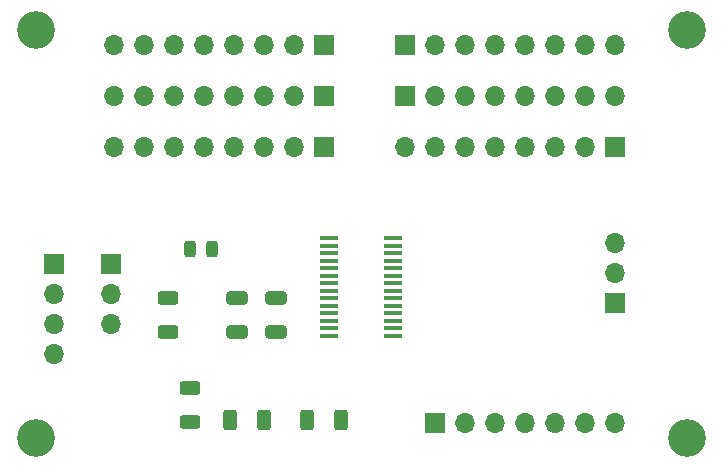
<source format=gbr>
%TF.GenerationSoftware,KiCad,Pcbnew,7.0.9*%
%TF.CreationDate,2023-12-10T22:35:00+01:00*%
%TF.ProjectId,LTC2439-Evaluation-board,4c544332-3433-4392-9d45-76616c756174,rev?*%
%TF.SameCoordinates,Original*%
%TF.FileFunction,Soldermask,Top*%
%TF.FilePolarity,Negative*%
%FSLAX46Y46*%
G04 Gerber Fmt 4.6, Leading zero omitted, Abs format (unit mm)*
G04 Created by KiCad (PCBNEW 7.0.9) date 2023-12-10 22:35:00*
%MOMM*%
%LPD*%
G01*
G04 APERTURE LIST*
G04 Aperture macros list*
%AMRoundRect*
0 Rectangle with rounded corners*
0 $1 Rounding radius*
0 $2 $3 $4 $5 $6 $7 $8 $9 X,Y pos of 4 corners*
0 Add a 4 corners polygon primitive as box body*
4,1,4,$2,$3,$4,$5,$6,$7,$8,$9,$2,$3,0*
0 Add four circle primitives for the rounded corners*
1,1,$1+$1,$2,$3*
1,1,$1+$1,$4,$5*
1,1,$1+$1,$6,$7*
1,1,$1+$1,$8,$9*
0 Add four rect primitives between the rounded corners*
20,1,$1+$1,$2,$3,$4,$5,0*
20,1,$1+$1,$4,$5,$6,$7,0*
20,1,$1+$1,$6,$7,$8,$9,0*
20,1,$1+$1,$8,$9,$2,$3,0*%
G04 Aperture macros list end*
%ADD10RoundRect,0.250000X-0.650000X0.325000X-0.650000X-0.325000X0.650000X-0.325000X0.650000X0.325000X0*%
%ADD11R,1.700000X1.700000*%
%ADD12O,1.700000X1.700000*%
%ADD13RoundRect,0.250000X-0.312500X-0.625000X0.312500X-0.625000X0.312500X0.625000X-0.312500X0.625000X0*%
%ADD14RoundRect,0.250000X-0.625000X0.312500X-0.625000X-0.312500X0.625000X-0.312500X0.625000X0.312500X0*%
%ADD15R,1.526000X0.435000*%
%ADD16C,3.200000*%
%ADD17RoundRect,0.243750X-0.243750X-0.456250X0.243750X-0.456250X0.243750X0.456250X-0.243750X0.456250X0*%
G04 APERTURE END LIST*
D10*
%TO.C,C1*%
X123952000Y-85647000D03*
X123952000Y-88597000D03*
%TD*%
D11*
%TO.C,J4*%
X131318000Y-64262000D03*
D12*
X128778000Y-64262000D03*
X126238000Y-64262000D03*
X123698000Y-64262000D03*
X121158000Y-64262000D03*
X118618000Y-64262000D03*
X116078000Y-64262000D03*
X113538000Y-64262000D03*
%TD*%
D13*
%TO.C,R2*%
X123313000Y-96012000D03*
X126238000Y-96012000D03*
%TD*%
D11*
%TO.C,J3*%
X155941000Y-72898000D03*
D12*
X153401000Y-72898000D03*
X150861000Y-72898000D03*
X148321000Y-72898000D03*
X145781000Y-72898000D03*
X143241000Y-72898000D03*
X140701000Y-72898000D03*
X138161000Y-72898000D03*
%TD*%
D11*
%TO.C,J10*%
X113284000Y-82804000D03*
D12*
X113284000Y-85344000D03*
X113284000Y-87884000D03*
%TD*%
D11*
%TO.C,J1*%
X108458000Y-82814000D03*
D12*
X108458000Y-85354000D03*
X108458000Y-87894000D03*
X108458000Y-90434000D03*
%TD*%
D14*
%TO.C,R1*%
X119949500Y-93279500D03*
X119949500Y-96204500D03*
%TD*%
D10*
%TO.C,C2*%
X127254000Y-85647000D03*
X127254000Y-88597000D03*
%TD*%
D15*
%TO.C,LTC2439*%
X131736000Y-80644000D03*
X131736000Y-81280000D03*
X131736000Y-81914000D03*
X131736000Y-82550000D03*
X131736000Y-83184000D03*
X131736000Y-83820000D03*
X131736000Y-84454000D03*
X131736000Y-85090000D03*
X131736000Y-85724000D03*
X131736000Y-86360000D03*
X131736000Y-86994000D03*
X131736000Y-87630000D03*
X131736000Y-88264000D03*
X131736000Y-88900000D03*
X137160000Y-88900000D03*
X137160000Y-88264000D03*
X137160000Y-87630000D03*
X137160000Y-86994000D03*
X137160000Y-86360000D03*
X137160000Y-85724000D03*
X137160000Y-85090000D03*
X137160000Y-84454000D03*
X137160000Y-83820000D03*
X137160000Y-83184000D03*
X137160000Y-82550000D03*
X137160000Y-81914000D03*
X137160000Y-81280000D03*
X137160000Y-80644000D03*
%TD*%
D12*
%TO.C,J9*%
X155951000Y-96266000D03*
X153411000Y-96266000D03*
X150871000Y-96266000D03*
X148331000Y-96266000D03*
X145791000Y-96266000D03*
X143251000Y-96266000D03*
D11*
X140711000Y-96266000D03*
%TD*%
D16*
%TO.C,H3*%
X162052000Y-97536000D03*
%TD*%
D11*
%TO.C,J6*%
X138176000Y-64262000D03*
D12*
X140716000Y-64262000D03*
X143256000Y-64262000D03*
X145796000Y-64262000D03*
X148336000Y-64262000D03*
X150876000Y-64262000D03*
X153416000Y-64262000D03*
X155956000Y-64262000D03*
%TD*%
D11*
%TO.C,J7*%
X131318000Y-68580000D03*
D12*
X128778000Y-68580000D03*
X126238000Y-68580000D03*
X123698000Y-68580000D03*
X121158000Y-68580000D03*
X118618000Y-68580000D03*
X116078000Y-68580000D03*
X113538000Y-68580000D03*
%TD*%
D16*
%TO.C,H1*%
X106934000Y-62992000D03*
%TD*%
D11*
%TO.C,J2*%
X131318000Y-72898000D03*
D12*
X128778000Y-72898000D03*
X126238000Y-72898000D03*
X123698000Y-72898000D03*
X121158000Y-72898000D03*
X118618000Y-72898000D03*
X116078000Y-72898000D03*
X113538000Y-72898000D03*
%TD*%
D11*
%TO.C,J5*%
X155956000Y-86106000D03*
D12*
X155956000Y-83566000D03*
X155956000Y-81026000D03*
%TD*%
D17*
%TO.C,D1*%
X119966500Y-81534000D03*
X121841500Y-81534000D03*
%TD*%
D11*
%TO.C,J8*%
X138176000Y-68580000D03*
D12*
X140716000Y-68580000D03*
X143256000Y-68580000D03*
X145796000Y-68580000D03*
X148336000Y-68580000D03*
X150876000Y-68580000D03*
X153416000Y-68580000D03*
X155956000Y-68580000D03*
%TD*%
D16*
%TO.C,H4*%
X106934000Y-97536000D03*
%TD*%
%TO.C,H2*%
X162052000Y-62992000D03*
%TD*%
D13*
%TO.C,R3*%
X129855500Y-96012000D03*
X132780500Y-96012000D03*
%TD*%
D14*
%TO.C,R4*%
X118110000Y-85659500D03*
X118110000Y-88584500D03*
%TD*%
M02*

</source>
